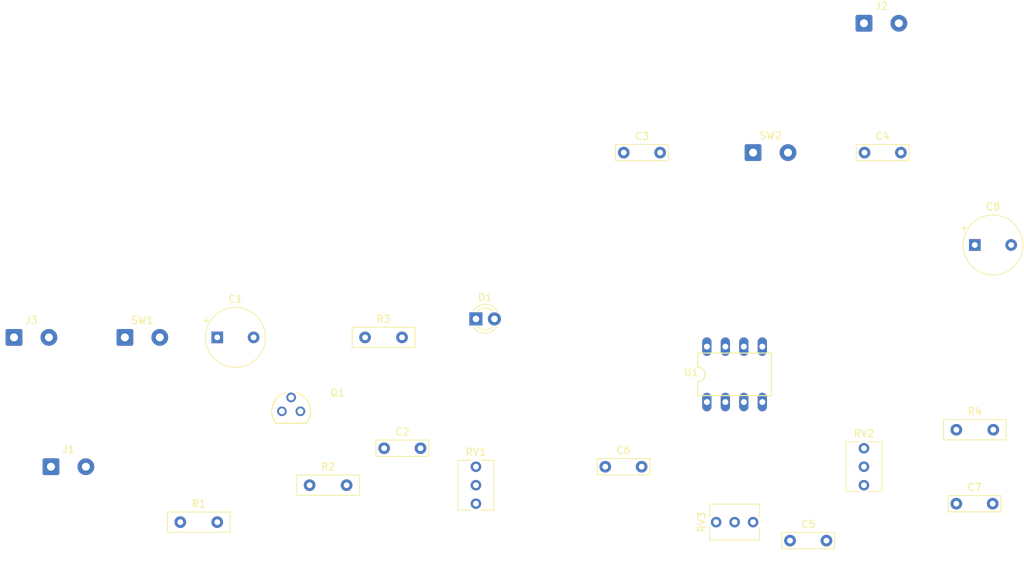
<source format=kicad_pcb>
(kicad_pcb (version 20211014) (generator pcbnew)
  (layers (0 "F.Cu" signal) (31 "B.Cu" signal) (34 "B.Paste" user) (35 "F.Paste" user) (36 "B.SilkS" user "B.Silkscreen") (37 "F.SilkS" user "F.Silkscreen") (38 "B.Mask" user) (39 "F.Mask" user) (44 "Edge.Cuts" user))
  (net 0 "")
  (net 1 "Net-(C1-Pad1)")
  (net 2 "GND")
  (net 3 "Net-(C2-Pad1)")
  (net 4 "Net-(C2-Pad2)")
  (net 5 "Net-(C3-Pad1)")
  (net 6 "Net-(C4-Pad1)")
  (net 7 "Net-(C4-Pad2)")
  (net 8 "Net-(C5-Pad1)")
  (net 9 "Net-(C6-Pad1)")
  (net 10 "Net-(C6-Pad2)")
  (net 11 "Net-(C7-Pad1)")
  (net 12 "Net-(C8-Pad2)")
  (net 13 "Net-(D1-Pad2)")
  (net 14 "Net-(J3-Pad1)")
  (net 15 "Net-(Q1-Pad3)")
  (net 16 "Net-(RV2-Pad1)")
  (net 17 "Net-(RV2-Pad3)")
  (footprint "Connector_Wire:SolderWire-0.5sqmm_1x02_P4.8mm_D0.9mm_OD2.3mm" (layer "F.Cu") (at 83.82 78.74)
    (fp_text reference "SW1" (at 2.4 -2.35) (layer "F.SilkS"))
    (fp_text value "SW_SPST")
    (pad "1" thru_hole roundrect (at 0 0) (size 2.3 2.3) (drill 1.1) (layers *.Cu *.Mask) (roundrect_rratio 0.108696) (net 14 "Net-(J3-Pad1)"))
    (pad "2" thru_hole circle (at 4.8 0) (size 2.3 2.3) (drill 1.1) (layers *.Cu *.Mask) (net 1 "Net-(C1-Pad1)"))
  )
  (footprint "LM386:DIL08" (layer "F.Cu") (at 167.64 83.82)
    (fp_text reference "U1" (at -5.969 -0.254 180) (layer "F.SilkS"))
    (fp_text value "LM386")
    (fp_line (start 5.08 -2.921) (end 5.08 2.921) (layer "F.SilkS") (width 0.1524))
    (fp_line (start -5.08 2.921) (end -5.08 1.016) (layer "F.SilkS") (width 0.1524))
    (fp_line (start -5.08 -2.921) (end -5.08 -1.016) (layer "F.SilkS") (width 0.1524))
    (fp_line (start 5.08 -2.921) (end -5.08 -2.921) (layer "F.SilkS") (width 0.1524))
    (fp_line (start -5.08 2.921) (end 5.08 2.921) (layer "F.SilkS") (width 0.1524))
    (fp_arc (start -5.08 -1.016) (mid -4.064 0) (end -5.08 1.016) (layer "F.SilkS") (width 0.1524))
    (pad "1" thru_hole oval locked (at -3.81 3.81) (size 1.27 2.54) (drill 0.8128) (layers *.Cu *.Mask) (net 16 "Net-(RV2-Pad1)"))
    (pad "2" thru_hole oval locked (at -1.27 3.81) (size 1.27 2.54) (drill 0.8128) (layers *.Cu *.Mask) (net 9 "Net-(C6-Pad1)"))
    (pad "3" thru_hole oval locked (at 1.27 3.81) (size 1.27 2.54) (drill 0.8128) (layers *.Cu *.Mask) (net 2 "GND"))
    (pad "4" thru_hole oval locked (at 3.81 3.81) (size 1.27 2.54) (drill 0.8128) (layers *.Cu *.Mask) (net 2 "GND"))
    (pad "5" thru_hole oval locked (at 3.81 -3.81) (size 1.27 2.54) (drill 0.8128) (layers *.Cu *.Mask) (net 7 "Net-(C4-Pad2)"))
    (pad "6" thru_hole oval locked (at 1.27 -3.81) (size 1.27 2.54) (drill 0.8128) (layers *.Cu *.Mask) (net 1 "Net-(C1-Pad1)"))
    (pad "7" thru_hole oval locked (at -1.27 -3.81) (size 1.27 2.54) (drill 0.8128) (layers *.Cu *.Mask) (net 5 "Net-(C3-Pad1)"))
    (pad "8" thru_hole oval locked (at -3.81 -3.81) (size 1.27 2.54) (drill 0.8128) (layers *.Cu *.Mask) (net 17 "Net-(RV2-Pad3)"))
  )
  (footprint "MPF102:TO92F" (layer "F.Cu") (at 106.68 88.9)
    (fp_text reference "Q1" (at 6.3607 -2.54428) (layer "F.SilkS") (effects (font (size 1.001685 1.001685))))
    (fp_text value "MPF102")
    (fp_line (start -2.095 1.651) (end 2.095 1.651) (layer "F.SilkS") (width 0.1524))
    (fp_arc (start -2.0946 1.651) (mid -2.54634 -0.793276) (end -0.7863 -2.5485) (layer "F.SilkS") (width 0.1524))
    (fp_arc (start 0.786799 -2.5484) (mid 2.546775 -0.793203) (end 2.095 1.651) (layer "F.SilkS") (width 0.1524))
    (pad "1" thru_hole circle locked (at -1.27 0) (size 1.3208 1.3208) (drill 0.8128) (layers *.Cu *.Mask) (net 1 "Net-(C1-Pad1)"))
    (pad "2" thru_hole circle locked (at 0 -1.905) (size 1.3208 1.3208) (drill 0.8128) (layers *.Cu *.Mask) (net 4 "Net-(C2-Pad2)"))
    (pad "3" thru_hole circle locked (at 1.27 0) (size 1.3208 1.3208) (drill 0.8128) (layers *.Cu *.Mask) (net 15 "Net-(Q1-Pad3)"))
  )
  (footprint "Resistor_THT:R_Box_L8.4mm_W2.5mm_P5.08mm" (layer "F.Cu") (at 91.44 104.14)
    (fp_text reference "R1" (at 2.54 -2.52) (layer "F.SilkS"))
    (fp_text value "1M")
    (fp_line (start -1.77 1.39) (end 6.85 1.39) (layer "F.SilkS") (width 0.12))
    (fp_line (start -1.77 -1.39) (end 6.85 -1.39) (layer "F.SilkS") (width 0.12))
    (fp_line (start -1.77 -1.39) (end -1.77 1.39) (layer "F.SilkS") (width 0.12))
    (fp_line (start 6.85 -1.39) (end 6.85 1.39) (layer "F.SilkS") (width 0.12))
    (pad "1" thru_hole circle (at 0 0) (size 1.6 1.6) (drill 0.8) (layers *.Cu *.Mask) (net 15 "Net-(Q1-Pad3)"))
    (pad "2" thru_hole circle (at 5.08 0) (size 1.6 1.6) (drill 0.8) (layers *.Cu *.Mask) (net 2 "GND"))
  )
  (footprint "Capacitor_THT:C_Rect_L7.0mm_W2.0mm_P5.00mm" (layer "F.Cu") (at 152.4 53.34)
    (fp_text reference "C3" (at 2.5 -2.25) (layer "F.SilkS"))
    (fp_text value "100 nF")
    (fp_line (start -1.12 1.12) (end 6.12 1.12) (layer "F.SilkS") (width 0.12))
    (fp_line (start 6.12 -1.12) (end 6.12 1.12) (layer "F.SilkS") (width 0.12))
    (fp_line (start -1.12 -1.12) (end 6.12 -1.12) (layer "F.SilkS") (width 0.12))
    (fp_line (start -1.12 -1.12) (end -1.12 1.12) (layer "F.SilkS") (width 0.12))
    (pad "1" thru_hole circle (at 0 0) (size 1.6 1.6) (drill 0.8) (layers *.Cu *.Mask) (net 5 "Net-(C3-Pad1)"))
    (pad "2" thru_hole circle (at 5 0) (size 1.6 1.6) (drill 0.8) (layers *.Cu *.Mask) (net 2 "GND"))
  )
  (footprint "Resistor_THT:R_Box_L8.4mm_W2.5mm_P5.08mm" (layer "F.Cu") (at 116.84 78.74)
    (fp_text reference "R3" (at 2.54 -2.52) (layer "F.SilkS"))
    (fp_text value "4k7")
    (fp_line (start -1.77 -1.39) (end 6.85 -1.39) (layer "F.SilkS") (width 0.12))
    (fp_line (start 6.85 -1.39) (end 6.85 1.39) (layer "F.SilkS") (width 0.12))
    (fp_line (start -1.77 1.39) (end 6.85 1.39) (layer "F.SilkS") (width 0.12))
    (fp_line (start -1.77 -1.39) (end -1.77 1.39) (layer "F.SilkS") (width 0.12))
    (pad "1" thru_hole circle (at 0 0) (size 1.6 1.6) (drill 0.8) (layers *.Cu *.Mask) (net 1 "Net-(C1-Pad1)"))
    (pad "2" thru_hole circle (at 5.08 0) (size 1.6 1.6) (drill 0.8) (layers *.Cu *.Mask) (net 13 "Net-(D1-Pad2)"))
  )
  (footprint "Capacitor_THT:C_Rect_L7.0mm_W2.0mm_P5.00mm" (layer "F.Cu") (at 185.5 53.34)
    (fp_text reference "C4" (at 2.5 -2.25) (layer "F.SilkS"))
    (fp_text value "100 nF")
    (fp_line (start 6.12 -1.12) (end 6.12 1.12) (layer "F.SilkS") (width 0.12))
    (fp_line (start -1.12 1.12) (end 6.12 1.12) (layer "F.SilkS") (width 0.12))
    (fp_line (start -1.12 -1.12) (end 6.12 -1.12) (layer "F.SilkS") (width 0.12))
    (fp_line (start -1.12 -1.12) (end -1.12 1.12) (layer "F.SilkS") (width 0.12))
    (pad "1" thru_hole circle (at 0 0) (size 1.6 1.6) (drill 0.8) (layers *.Cu *.Mask) (net 6 "Net-(C4-Pad1)"))
    (pad "2" thru_hole circle (at 5 0) (size 1.6 1.6) (drill 0.8) (layers *.Cu *.Mask) (net 7 "Net-(C4-Pad2)"))
  )
  (footprint "Capacitor_THT:C_Rect_L7.0mm_W2.0mm_P5.00mm" (layer "F.Cu") (at 149.86 96.52)
    (fp_text reference "C6" (at 2.5 -2.25) (layer "F.SilkS"))
    (fp_text value "100 nF")
    (fp_line (start -1.12 -1.12) (end 6.12 -1.12) (layer "F.SilkS") (width 0.12))
    (fp_line (start 6.12 -1.12) (end 6.12 1.12) (layer "F.SilkS") (width 0.12))
    (fp_line (start -1.12 1.12) (end 6.12 1.12) (layer "F.SilkS") (width 0.12))
    (fp_line (start -1.12 -1.12) (end -1.12 1.12) (layer "F.SilkS") (width 0.12))
    (pad "1" thru_hole circle (at 0 0) (size 1.6 1.6) (drill 0.8) (layers *.Cu *.Mask) (net 9 "Net-(C6-Pad1)"))
    (pad "2" thru_hole circle (at 5 0) (size 1.6 1.6) (drill 0.8) (layers *.Cu *.Mask) (net 10 "Net-(C6-Pad2)"))
  )
  (footprint "Potentiometer_THT:Potentiometer_Vishay_T73XW_Horizontal" (layer "F.Cu") (at 165.1 104.14 90)
    (fp_text reference "RV3" (at 0 -2.01 90) (layer "F.SilkS"))
    (fp_text value "100k")
    (fp_line (start -2.47 -0.88) (end -0.65 -0.88) (layer "F.SilkS") (width 0.12))
    (fp_line (start 0.65 -0.88) (end 2.47 -0.88) (layer "F.SilkS") (width 0.12))
    (fp_line (start -2.47 5.96) (end -0.65 5.96) (layer "F.SilkS") (width 0.12))
    (fp_line (start -2.47 -0.88) (end -2.47 5.96) (layer "F.SilkS") (width 0.12))
    (fp_line (start 2.47 -0.88) (end 2.47 5.96) (layer "F.SilkS") (width 0.12))
    (fp_line (start 0.65 5.96) (end 2.47 5.96) (layer "F.SilkS") (width 0.12))
    (pad "1" thru_hole circle (at 0 0 90) (size 1.44 1.44) (drill 0.8) (layers *.Cu *.Mask) (net 10 "Net-(C6-Pad2)"))
    (pad "2" thru_hole circle (at 0 2.54 90) (size 1.44 1.44) (drill 0.8) (layers *.Cu *.Mask) (net 8 "Net-(C5-Pad1)"))
    (pad "3" thru_hole circle (at 0 5.08 90) (size 1.44 1.44) (drill 0.8) (layers *.Cu *.Mask) (net 8 "Net-(C5-Pad1)"))
  )
  (footprint "Connector_Wire:SolderWire-0.5sqmm_1x02_P4.8mm_D0.9mm_OD2.3mm" (layer "F.Cu") (at 68.58 78.74)
    (fp_text reference "J3" (at 2.4 -2.35) (layer "F.SilkS"))
    (fp_text value "Jack-DC")
    (pad "1" thru_hole roundrect (at 0 0) (size 2.3 2.3) (drill 1.1) (layers *.Cu *.Mask) (roundrect_rratio 0.108696) (net 14 "Net-(J3-Pad1)"))
    (pad "2" thru_hole circle (at 4.8 0) (size 2.3 2.3) (drill 1.1) (layers *.Cu *.Mask) (net 2 "GND"))
  )
  (footprint "Potentiometer_THT:Potentiometer_Vishay_T73XW_Horizontal" (layer "F.Cu") (at 132.08 96.52)
    (fp_text reference "RV1" (at 0 -2.01) (layer "F.SilkS"))
    (fp_text value "1k")
    (fp_line (start -2.47 -0.88) (end -0.65 -0.88) (layer "F.SilkS") (width 0.12))
    (fp_line (start 0.65 5.96) (end 2.47 5.96) (layer "F.SilkS") (width 0.12))
    (fp_line (start -2.47 5.96) (end -0.65 5.96) (layer "F.SilkS") (width 0.12))
    (fp_line (start 0.65 -0.88) (end 2.47 -0.88) (layer "F.SilkS") (width 0.12))
    (fp_line (start -2.47 -0.88) (end -2.47 5.96) (layer "F.SilkS") (width 0.12))
    (fp_line (start 2.47 -0.88) (end 2.47 5.96) (layer "F.SilkS") (width 0.12))
    (pad "1" thru_hole circle (at 0 0) (size 1.44 1.44) (drill 0.8) (layers *.Cu *.Mask) (net 2 "GND"))
    (pad "2" thru_hole circle (at 0 2.54) (size 1.44 1.44) (drill 0.8) (layers *.Cu *.Mask) (net 10 "Net-(C6-Pad2)"))
    (pad "3" thru_hole circle (at 0 5.08) (size 1.44 1.44) (drill 0.8) (layers *.Cu *.Mask) (net 3 "Net-(C2-Pad1)"))
  )
  (footprint "Capacitor_THT:C_Rect_L7.0mm_W2.0mm_P5.00mm" (layer "F.Cu") (at 175.26 106.68)
    (fp_text reference "C5" (at 2.5 -2.25) (layer "F.SilkS"))
    (fp_text value "100 nF")
    (fp_line (start -1.12 1.12) (end 6.12 1.12) (layer "F.SilkS") (width 0.12))
    (fp_line (start 6.12 -1.12) (end 6.12 1.12) (layer "F.SilkS") (width 0.12))
    (fp_line (start -1.12 -1.12) (end 6.12 -1.12) (layer "F.SilkS") (width 0.12))
    (fp_line (start -1.12 -1.12) (end -1.12 1.12) (layer "F.SilkS") (width 0.12))
    (pad "1" thru_hole circle (at 0 0) (size 1.6 1.6) (drill 0.8) (layers *.Cu *.Mask) (net 8 "Net-(C5-Pad1)"))
    (pad "2" thru_hole circle (at 5 0) (size 1.6 1.6) (drill 0.8) (layers *.Cu *.Mask) (net 2 "GND"))
  )
  (footprint "LED_THT:LED_D3.0mm" (layer "F.Cu") (at 132.08 76.2)
    (fp_text reference "D1" (at 1.27 -2.96) (layer "F.SilkS"))
    (fp_text value "LED")
    (fp_line (start -0.29 1.08) (end -0.29 1.236) (layer "F.SilkS") (width 0.12))
    (fp_line (start -0.29 -1.236) (end -0.29 -1.08) (layer "F.SilkS") (width 0.12))
    (fp_arc (start -0.29 -1.235516) (mid 1.366487 -1.987659) (end 2.942335 -1.078608) (layer "F.SilkS") (width 0.12))
    (fp_arc (start 0.229039 -1.08) (mid 1.270117 -1.5) (end 2.31113 -1.079837) (layer "F.SilkS") (width 0.12))
    (fp_arc (start 2.31113 1.079837) (mid 1.270117 1.5) (end 0.229039 1.08) (layer "F.SilkS") (width 0.12))
    (fp_arc (start 2.942335 1.078608) (mid 1.366487 1.987659) (end -0.29 1.235516) (layer "F.SilkS") (width 0.12))
    (pad "1" thru_hole rect (at 0 0) (size 1.8 1.8) (drill 0.9) (layers *.Cu *.Mask) (net 2 "GND"))
    (pad "2" thru_hole circle (at 2.54 0) (size 1.8 1.8) (drill 0.9) (layers *.Cu *.Mask) (net 13 "Net-(D1-Pad2)"))
  )
  (footprint "Connector_Wire:SolderWire-0.5sqmm_1x02_P4.8mm_D0.9mm_OD2.3mm" (layer "F.Cu") (at 73.66 96.52)
    (fp_text reference "J1" (at 2.4 -2.35) (layer "F.SilkS"))
    (fp_text value "AudioJack2")
    (pad "S" thru_hole circle (at 4.8 0) (size 2.3 2.3) (drill 1.1) (layers *.Cu *.Mask) (net 2 "GND"))
    (pad "T" thru_hole roundrect (at 0 0) (size 2.3 2.3) (drill 1.1) (layers *.Cu *.Mask) (roundrect_rratio 0.108696) (net 15 "Net-(Q1-Pad3)"))
  )
  (footprint "Capacitor_THT:CP_Radial_Tantal_D8.0mm_P5.00mm" (layer "F.Cu") (at 200.66 66.04)
    (fp_text reference "C8" (at 2.5 -5.25) (layer "F.SilkS"))
    (fp_text value "220 uF")
    (fp_line (start -1.509698 -2.715) (end -1.509698 -1.915) (layer "F.SilkS") (width 0.12))
    (fp_line (start -1.909698 -2.315) (end -1.109698 -2.315) (layer "F.SilkS") (width 0.12))
    (fp_circle (center 2.5 0) (end 6.62 0) (layer "F.SilkS") (width 0.12) (fill none))
    (pad "1" thru_hole rect (at 0 0) (size 1.6 1.6) (drill 0.8) (layers *.Cu *.Mask) (net 7 "Net-(C4-Pad2)"))
    (pad "2" thru_hole circle (at 5 0) (size 1.6 1.6) (drill 0.8) (layers *.Cu *.Mask) (net 12 "Net-(C8-Pad2)"))
  )
  (footprint "Capacitor_THT:C_Rect_L7.0mm_W2.0mm_P5.00mm" (layer "F.Cu") (at 119.46 93.98)
    (fp_text reference "C2" (at 2.5 -2.25) (layer "F.SilkS"))
    (fp_text value "47 nF")
    (fp_line (start -1.12 -1.12) (end 6.12 -1.12) (layer "F.SilkS") (width 0.12))
    (fp_line (start 6.12 -1.12) (end 6.12 1.12) (layer "F.SilkS") (width 0.12))
    (fp_line (start -1.12 1.12) (end 6.12 1.12) (layer "F.SilkS") (width 0.12))
    (fp_line (start -1.12 -1.12) (end -1.12 1.12) (layer "F.SilkS") (width 0.12))
    (pad "1" thru_hole circle (at 0 0) (size 1.6 1.6) (drill 0.8) (layers *.Cu *.Mask) (net 3 "Net-(C2-Pad1)"))
    (pad "2" thru_hole circle (at 5 0) (size 1.6 1.6) (drill 0.8) (layers *.Cu *.Mask) (net 4 "Net-(C2-Pad2)"))
  )
  (footprint "Capacitor_THT:C_Rect_L7.0mm_W2.0mm_P5.00mm" (layer "F.Cu") (at 198.12 101.6)
    (fp_text reference "C7" (at 2.5 -2.25) (layer "F.SilkS"))
    (fp_text value "47 nF")
    (fp_line (start -1.12 1.12) (end 6.12 1.12) (layer "F.SilkS") (width 0.12))
    (fp_line (start 6.12 -1.12) (end 6.12 1.12) (layer "F.SilkS") (width 0.12))
    (fp_line (start -1.12 -1.12) (end 6.12 -1.12) (layer "F.SilkS") (width 0.12))
    (fp_line (start -1.12 -1.12) (end -1.12 1.12) (layer "F.SilkS") (width 0.12))
    (pad "1" thru_hole circle (at 0 0) (size 1.6 1.6) (drill 0.8) (layers *.Cu *.Mask) (net 11 "Net-(C7-Pad1)"))
    (pad "2" thru_hole circle (at 5 0) (size 1.6 1.6) (drill 0.8) (layers *.Cu *.Mask) (net 2 "GND"))
  )
  (footprint "Resistor_THT:R_Box_L8.4mm_W2.5mm_P5.08mm" (layer "F.Cu") (at 198.12 91.44)
    (fp_text reference "R4" (at 2.54 -2.52) (layer "F.SilkS"))
    (fp_text value "10")
    (fp_line (start -1.77 1.39) (end 6.85 1.39) (layer "F.SilkS") (width 0.12))
    (fp_line (start 6.85 -1.39) (end 6.85 1.39) (layer "F.SilkS") (width 0.12))
    (fp_line (start -1.77 -1.39) (end -1.77 1.39) (layer "F.SilkS") (width 0.12))
    (fp_line (start -1.77 -1.39) (end 6.85 -1.39) (layer "F.SilkS") (width 0.12))
    (pad "1" thru_hole circle (at 0 0) (size 1.6 1.6) (drill 0.8) (layers *.Cu *.Mask) (net 7 "Net-(C4-Pad2)"))
    (pad "2" thru_hole circle (at 5.08 0) (size 1.6 1.6) (drill 0.8) (layers *.Cu *.Mask) (net 11 "Net-(C7-Pad1)"))
  )
  (footprint "Connector_Wire:SolderWire-0.5sqmm_1x02_P4.8mm_D0.9mm_OD2.3mm" (layer "F.Cu") (at 185.42 35.56)
    (fp_text reference "J2" (at 2.4 -2.35) (layer "F.SilkS"))
    (fp_text value "AudioJack2")
    (pad "S" thru_hole circle (at 4.8 0) (size 2.3 2.3) (drill 1.1) (layers *.Cu *.Mask) (net 2 "GND"))
    (pad "T" thru_hole roundrect (at 0 0) (size 2.3 2.3) (drill 1.1) (layers *.Cu *.Mask) (roundrect_rratio 0.108696) (net 12 "Net-(C8-Pad2)"))
  )
  (footprint "Connector_Wire:SolderWire-0.5sqmm_1x02_P4.8mm_D0.9mm_OD2.3mm" (layer "F.Cu") (at 170.18 53.34)
    (fp_text reference "SW2" (at 2.4 -2.35) (layer "F.SilkS"))
    (fp_text value "SW_SPST")
    (pad "1" thru_hole roundrect (at 0 0) (size 2.3 2.3) (drill 1.1) (layers *.Cu *.Mask) (roundrect_rratio 0.108696) (net 5 "Net-(C3-Pad1)"))
    (pad "2" thru_hole circle (at 4.8 0) (size 2.3 2.3) (drill 1.1) (layers *.Cu *.Mask) (net 6 "Net-(C4-Pad1)"))
  )
  (footprint "Resistor_THT:R_Box_L8.4mm_W2.5mm_P5.08mm" (layer "F.Cu") (at 109.22 99.06)
    (fp_text reference "R2" (at 2.54 -2.52) (layer "F.SilkS"))
    (fp_text value "3k3")
    (fp_line (start -1.77 -1.39) (end -1.77 1.39) (layer "F.SilkS") (width 0.12))
    (fp_line (start -1.77 -1.39) (end 6.85 -1.39) (layer "F.SilkS") (width 0.12))
    (fp_line (start 6.85 -1.39) (end 6.85 1.39) (layer "F.SilkS") (width 0.12))
    (fp_line (start -1.77 1.39) (end 6.85 1.39) (layer "F.SilkS") (width 0.12))
    (pad "1" thru_hole circle (at 0 0) (size 1.6 1.6) (drill 0.8) (layers *.Cu *.Mask) (net 4 "Net-(C2-Pad2)"))
    (pad "2" thru_hole circle (at 5.08 0) (size 1.6 1.6) (drill 0.8) (layers *.Cu *.Mask) (net 2 "GND"))
  )
  (footprint "Potentiometer_THT:Potentiometer_Vishay_T73XW_Horizontal" (layer "F.Cu") (at 185.42 93.98)
    (fp_text reference "RV2" (at 0 -2.01) (layer "F.SilkS"))
    (fp_text value "1k")
    (fp_line (start 2.47 -0.88) (end 2.47 5.96) (layer "F.SilkS") (width 0.12))
    (fp_line (start -2.47 5.96) (end -0.65 5.96) (layer "F.SilkS") (width 0.12))
    (fp_line (start 0.65 5.96) (end 2.47 5.96) (layer "F.SilkS") (width 0.12))
    (fp_line (start -2.47 -0.88) (end -2.47 5.96) (layer "F.SilkS") (width 0.12))
    (fp_line (start -2.47 -0.88) (end -0.65 -0.88) (layer "F.SilkS") (width 0.12))
    (fp_line (start 0.65 -0.88) (end 2.47 -0.88) (layer "F.SilkS") (width 0.12))
    (pad "1" thru_hole circle (at 0 0) (size 1.44 1.44) (drill 0.8) (layers *.Cu *.Mask) (net 16 "Net-(RV2-Pad1)"))
    (pad "2" thru_hole circle (at 0 2.54) (size 1.44 1.44) (drill 0.8) (layers *.Cu *.Mask) (net 16 "Net-(RV2-Pad1)"))
    (pad "3" thru_hole circle (at 0 5.08) (size 1.44 1.44) (drill 0.8) (layers *.Cu *.Mask) (net 17 "Net-(RV2-Pad3)"))
  )
  (footprint "Capacitor_THT:CP_Radial_Tantal_D8.0mm_P5.00mm" (layer "F.Cu") (at 96.52 78.74)
    (fp_text reference "C1" (at 2.5 -5.25) (layer "F.SilkS"))
    (fp_text value "220 uF")
    (fp_line (start -1.909698 -2.315) (end -1.109698 -2.315) (layer "F.SilkS") (width 0.12))
    (fp_line (start -1.509698 -2.715) (end -1.509698 -1.915) (layer "F.SilkS") (width 0.12))
    (fp_circle (center 2.5 0) (end 6.62 0) (layer "F.SilkS") (width 0.12) (fill none))
    (pad "1" thru_hole rect (at 0 0) (size 1.6 1.6) (drill 0.8) (layers *.Cu *.Mask) (net 1 "Net-(C1-Pad1)"))
    (pad "2" thru_hole circle (at 5 0) (size 1.6 1.6) (drill 0.8) (layers *.Cu *.Mask) (net 2 "GND"))
  )
)
</source>
